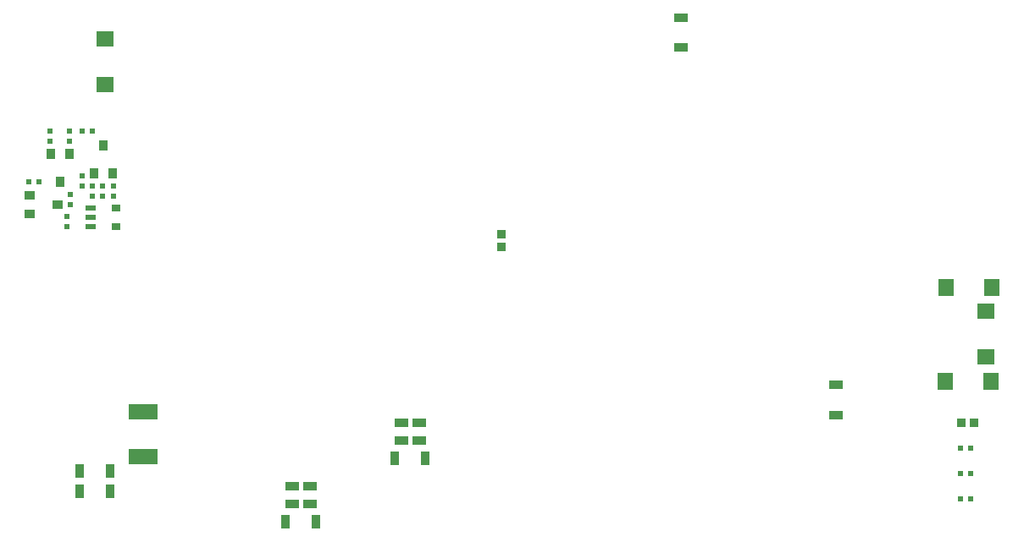
<source format=gbp>
G04*
G04 #@! TF.GenerationSoftware,Altium Limited,Altium Designer,19.1.5 (86)*
G04*
G04 Layer_Color=128*
%FSLAX25Y25*%
%MOIN*%
G70*
G01*
G75*
%ADD29R,0.02200X0.02200*%
%ADD30R,0.04331X0.03347*%
%ADD31R,0.05600X0.03800*%
%ADD32R,0.03347X0.04331*%
%ADD34R,0.02200X0.02200*%
%ADD41R,0.05800X0.03600*%
%ADD42R,0.11811X0.06260*%
%ADD43R,0.03600X0.05800*%
%ADD48R,0.03200X0.03200*%
%ADD49R,0.03200X0.03200*%
%ADD60R,0.04000X0.02400*%
%ADD61R,0.03800X0.02800*%
%ADD167R,0.06890X0.06000*%
%ADD168R,0.06000X0.06890*%
G54D29*
X34350Y152500D02*
D03*
X30349D02*
D03*
X34350Y148500D02*
D03*
X30349D02*
D03*
X26349Y174000D02*
D03*
X30349D02*
D03*
X5350Y154000D02*
D03*
X9349D02*
D03*
X376000Y29000D02*
D03*
X372000D02*
D03*
X376000Y39000D02*
D03*
X372000D02*
D03*
X376000Y49000D02*
D03*
X372000D02*
D03*
G54D30*
X5865Y141260D02*
D03*
Y148740D02*
D03*
X16849Y145000D02*
D03*
G54D31*
X116000Y34100D02*
D03*
Y26900D02*
D03*
X109000D02*
D03*
Y34100D02*
D03*
X159000Y59100D02*
D03*
Y51900D02*
D03*
X152000D02*
D03*
Y59100D02*
D03*
G54D32*
X38590Y157508D02*
D03*
X31109D02*
D03*
X34850Y168492D02*
D03*
X14109Y164992D02*
D03*
X21590D02*
D03*
X17850Y154008D02*
D03*
G54D34*
X26349Y156500D02*
D03*
Y152500D02*
D03*
X20349Y136500D02*
D03*
Y140500D02*
D03*
X21350Y174000D02*
D03*
Y170000D02*
D03*
X13849Y174000D02*
D03*
Y170000D02*
D03*
X38849Y152500D02*
D03*
Y148500D02*
D03*
X21849Y145000D02*
D03*
Y149000D02*
D03*
G54D41*
X262000Y218800D02*
D03*
Y207000D02*
D03*
X323000Y62100D02*
D03*
Y73900D02*
D03*
G54D42*
X50500Y63358D02*
D03*
Y45642D02*
D03*
G54D43*
X118400Y20000D02*
D03*
X106600D02*
D03*
X161400Y45000D02*
D03*
X149600D02*
D03*
X25600Y40000D02*
D03*
X37400D02*
D03*
X25600Y32000D02*
D03*
X37400D02*
D03*
G54D48*
X191500Y128500D02*
D03*
Y133500D02*
D03*
G54D49*
X377500Y59000D02*
D03*
X372500D02*
D03*
G54D60*
X29928Y140000D02*
D03*
Y143740D02*
D03*
Y136260D02*
D03*
G54D61*
X39771D02*
D03*
Y143740D02*
D03*
G54D167*
X35500Y192500D02*
D03*
Y210500D02*
D03*
X382000Y85000D02*
D03*
Y103000D02*
D03*
G54D168*
X384500Y112500D02*
D03*
X366500D02*
D03*
X384000Y75500D02*
D03*
X366000D02*
D03*
M02*

</source>
